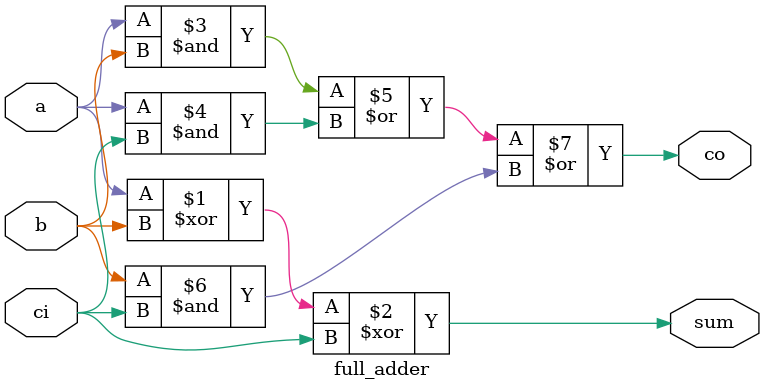
<source format=sv>
module top_module (
    input [3:0] x,
    input [3:0] y,
    output [4:0] sum
);

    // Define internal signals
    wire [3:0] carry;
  
    // Instantiate full adders
    full_adder fa0 (
        .a(x[0]),
        .b(y[0]),
        .ci(1'b0),
        .sum(sum[0]),
        .co(carry[0])
    );
  
    full_adder fa1 (
        .a(x[1]),
        .b(y[1]),
        .ci(carry[0]),
        .sum(sum[1]),
        .co(carry[1])
    );
  
    full_adder fa2 (
        .a(x[2]),
        .b(y[2]),
        .ci(carry[1]),
        .sum(sum[2]),
        .co(carry[2])
    );
  
    full_adder fa3 (
        .a(x[3]),
        .b(y[3]),
        .ci(carry[2]),
        .sum(sum[3]),
        .co(carry[3])
    );
  
    // Overflow bit
    assign sum[4] = carry[3];
  
endmodule
module full_adder (
    input a,
    input b,
    input ci,
    output sum,
    output co
);
  
    // Calculate sum
    assign sum = a ^ b ^ ci;
  
    // Calculate carry
    assign co = (a & b) | (a & ci) | (b & ci);
  
endmodule

</source>
